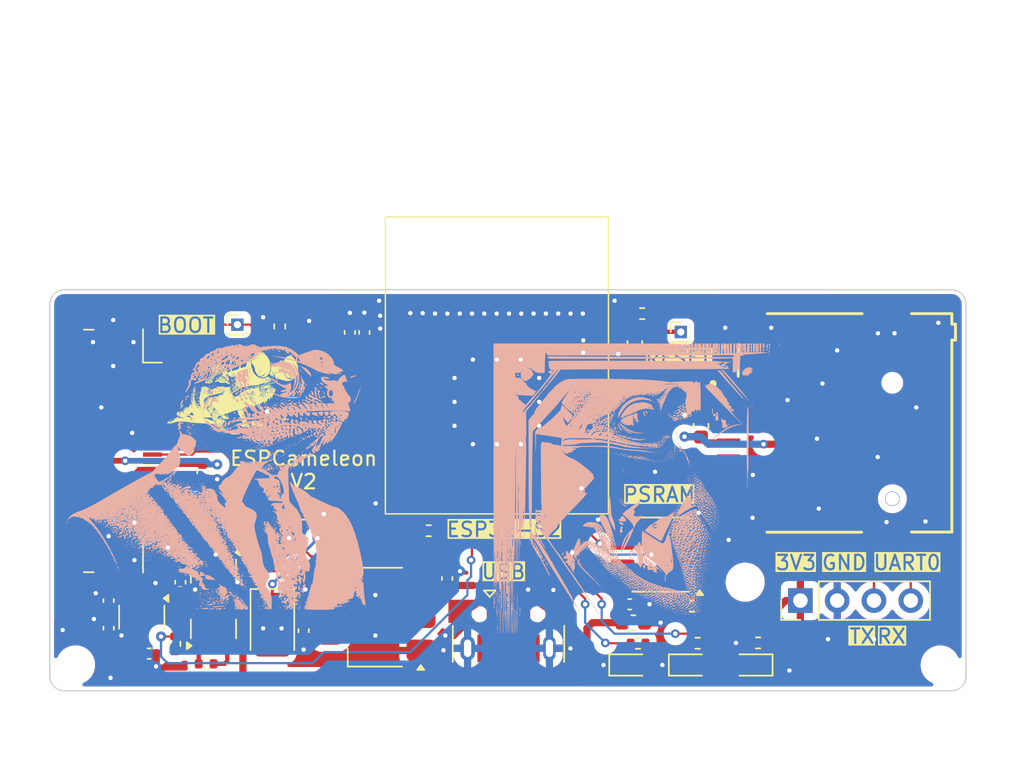
<source format=kicad_pcb>
(kicad_pcb (version 20240108) (generator "pcbnew") (generator_version "8.0")
  (layers (0 "F.Cu" signal) (31 "B.Cu" signal) (34 "B.Paste" user) (35 "F.Paste" user) (36 "B.SilkS" user "B.Silkscreen") (37 "F.SilkS" user "F.Silkscreen") (38 "B.Mask" user) (39 "F.Mask" user) (44 "Edge.Cuts" user))
  (net 0 "")
  (net 1 "GND")
  (net 2 "VBUS")
  (net 3 "+3V3")
  (net 4 "/CSI_PCLK")
  (net 5 "/CAM_3V3")
  (net 6 "+2V8")
  (net 7 "+1V2")
  (net 8 "/ESP_RST")
  (net 9 "/LED_WK")
  (net 10 "/LED_RK")
  (net 11 "/USB_D+")
  (net 13 "/USB_D-")
  (net 15 "/SPI_SD_SCLK")
  (net 16 "/SPI_SD_MISO")
  (net 18 "/SPI_SD_CS")
  (net 19 "/SPI_SD_MOSI")
  (net 20 "/CSI_D3")
  (net 21 "/CSI_SIOD")
  (net 22 "/CSI_HSYNC")
  (net 23 "/CSI_RST")
  (net 24 "/CSI_D1")
  (net 25 "/CSI_D6")
  (net 26 "/CSI_D7")
  (net 27 "/CSI_D4")
  (net 28 "/CSI_D2")
  (net 29 "/CSI_D5")
  (net 30 "/CSI_SIOC")
  (net 31 "/CSI_VSYNC")
  (net 32 "/CSI_GND")
  (net 33 "/CSI_MCLK")
  (net 34 "/CSI_D8")
  (net 35 "/SPI_CS_RAM")
  (net 36 "/SPI_WP")
  (net 37 "/SPI_IQ")
  (net 38 "/U0_RXD")
  (net 39 "/U0_TXD")
  (net 40 "/CAM_Q")
  (net 41 "/LED1")
  (net 42 "/LED2")
  (net 43 "/CAM_PWR")
  (net 44 "/ESP_BOOT_CSI_D0")
  (net 46 "/CSI_D9")
  (net 47 "/SPI_HD")
  (net 49 "/SPI_ID")
  (net 50 "/SPI_CLK")
  (net 52 "/LED_YK")
  (footprint "LED_SMD:LED_0603_1608Metric" (layer "F.Cu") (at 153.2635 97.155)
    (property "Reference" "D2" (hide yes))
    (property "Value" "LEDW")
  )
  (footprint "Resistor_SMD:R_0402_1005Metric" (layer "F.Cu") (at 157.48 93.091)
    (property "Reference" "R10" (hide yes))
    (property "Value" "10k")
  )
  (footprint "Capacitor_SMD:C_0402_1005Metric" (layer "F.Cu") (at 129.032 80.137 90)
    (property "Reference" "C12" (hide yes))
    (property "Value" "15p")
  )
  (footprint "Capacitor_SMD:C_0402_1005Metric" (layer "F.Cu") (at 140.589 91.186 90)
    (property "Reference" "C4" (hide yes))
    (property "Value" "10u")
  )
  (footprint "Connector_PinHeader_1.00mm:PinHeader_1x01_P1.00mm_Vertical" (layer "F.Cu") (at 126.111 73.66)
    (property "Reference" "J6" (hide yes))
    (property "Value" "Conn_01x01")
  )
  (footprint "LOGO" (layer "F.Cu") (at 125.984 78.232)
    (property "Reference" "G***" (hide yes))
    (property "Value" "LOGO" (hide yes))
  )
  (footprint "MountingHole:MountingHole_2.2mm_M2_ISO7380" (layer "F.Cu") (at 114.935 97.155)
    (property "Reference" "H1" (hide yes))
    (property "Value" "MountingHole")
  )
  (footprint "Connector_PinHeader_2.54mm:PinHeader_1x04_P2.54mm_Vertical" (layer "F.Cu") (at 164.973 92.71 90)
    (property "Reference" "J5" (hide yes))
    (property "Value" "Conn_01x06")
  )
  (footprint "Capacitor_SMD:C_0402_1005Metric" (layer "F.Cu") (at 122.193 89.535 90)
    (property "Reference" "C2" (hide yes))
    (property "Value" "10u")
  )
  (footprint "Resistor_SMD:R_0402_1005Metric" (layer "F.Cu") (at 154.051 72.898 180)
    (property "Reference" "R8" (hide yes))
    (property "Value" "10k")
  )
  (footprint "Resistor_SMD:R_0402_1005Metric" (layer "F.Cu") (at 139.317 87.886 180)
    (property "Reference" "R5" (hide yes))
    (property "Value" "10k")
  )
  (footprint "Capacitor_SMD:C_0402_1005Metric" (layer "F.Cu") (at 134.874 74.196 -90)
    (property "Reference" "C11" (hide yes))
    (property "Value" "100n")
  )
  (footprint "Capacitor_SMD:C_0402_1005Metric" (layer "F.Cu") (at 117.221 92.71 90)
    (property "Reference" "C8" (hide yes))
    (property "Value" "10u")
  )
  (footprint "Capacitor_SMD:C_0603_1608Metric" (layer "F.Cu") (at 153.543 74.93 -90)
    (property "Reference" "C14" (hide yes))
    (property "Value" "1u")
  )
  (footprint "Package_TO_SOT_SMD:SOT-23-3" (layer "F.Cu") (at 124.46 90.678 -90)
    (property "Reference" "U1" (hide yes))
    (property "Value" "XC6206P282MR")
  )
  (footprint "ESPCameleon:AFC01_S24FCA_00" (layer "F.Cu") (at 126.494 82.68 -90)
    (property "Reference" "J3" (hide yes))
    (property "Value" "Conn_01x26")
  )
  (footprint "Capacitor_SMD:C_0402_1005Metric" (layer "F.Cu") (at 153.19 92.964 180)
    (property "Reference" "C15" (hide yes))
    (property "Value" "100n")
  )
  (footprint "LED_SMD:LED_0603_1608Metric" (layer "F.Cu") (at 161.5695 97.155 180)
    (property "Reference" "D1" (hide yes))
    (property "Value" "LEDR")
  )
  (footprint "Capacitor_SMD:C_0402_1005Metric" (layer "F.Cu") (at 133.874 74.196 90)
    (property "Reference" "C10" (hide yes))
    (property "Value" "10u")
  )
  (footprint "Capacitor_SMD:C_0402_1005Metric" (layer "F.Cu") (at 117.221 94.615 90)
    (property "Reference" "C9" (hide yes))
    (property "Value" "100n")
  )
  (footprint "Package_TO_SOT_SMD:SOT-23-3" (layer "F.Cu") (at 119.507 93.853 -90)
    (property "Reference" "U3" (hide yes))
    (property "Value" "XC6206P122MR")
  )
  (footprint "Connector_PinHeader_1.00mm:PinHeader_1x01_P1.00mm_Vertical" (layer "F.Cu") (at 156.718 74.168)
    (property "Reference" "J4" (hide yes))
    (property "Value" "Conn_01x01")
  )
  (footprint "Package_TO_SOT_SMD:SOT-223-3_TabPin2" (layer "F.Cu") (at 135.636 93.853 180)
    (property "Reference" "U2" (hide yes))
    (property "Value" "AMS1117-3.3")
  )
  (footprint "LED_SMD:LED_0603_1608Metric" (layer "F.Cu") (at 157.3785 97.155)
    (property "Reference" "D3" (hide yes))
    (property "Value" "LEDY")
  )
  (footprint "Resistor_SMD:R_0402_1005Metric" (layer "F.Cu") (at 129.032 73.787 -90)
    (property "Reference" "R3" (hide yes))
    (property "Value" "10k")
  )
  (footprint "Capacitor_SMD:C_0402_1005Metric" (layer "F.Cu") (at 123.698 83.82 90)
    (property "Reference" "C13" (hide yes))
    (property "Value" "100n")
  )
  (footprint "Capacitor_SMD:C_0603_1608Metric" (layer "F.Cu") (at 153.444 94.234 180)
    (property "Reference" "C16" (hide yes))
    (property "Value" "1u")
  )
  (footprint "Capacitor_SMD:C_0402_1005Metric" (layer "F.Cu") (at 130.683 94.7835 -90)
    (property "Reference" "C6" (hide yes))
    (property "Value" "10u")
  )
  (footprint "Package_TO_SOT_SMD:SOT-23" (layer "F.Cu") (at 124.46 94.6635 90)
    (property "Reference" "Q1" (hide yes))
    (property "Value" "MDD2301")
  )
  (footprint "Resistor_SMD:R_0402_1005Metric" (layer "F.Cu") (at 123.95 97.0765)
    (property "Reference" "R1" (hide yes))
    (property "Value" "10k")
  )
  (footprint "Resistor_SMD:R_0402_1005Metric" (layer "F.Cu") (at 153.7635 95.655 180)
    (property "Reference" "R7" (hide yes))
    (property "Value" "1k")
  )
  (footprint "Capacitor_SMD:C_0402_1005Metric" (layer "F.Cu") (at 120.015 96.373)
    (property "Reference" "C7" (hide yes))
    (property "Value" "10u")
  )
  (footprint "ESPCameleon:ESP32-S2-MINI-2" (layer "F.Cu") (at 144 79)
    (property "Reference" "U4" (hide yes))
    (property "Value" "ESP32_S2_MINI_2_N4")
  )
  (footprint "Resistor_SMD:R_0402_1005Metric" (layer "F.Cu") (at 157.8785 95.655 180)
    (property "Reference" "R9" (hide yes))
    (property "Value" "1k")
  )
  (footprint "Capacitor_SMD:C_0603_1608Metric" (layer "F.Cu") (at 158.115 80.645 -90)
    (property "Reference" "C1" (hide yes))
    (property "Value" "1u")
  )
  (footprint "MountingHole:MountingHole_2.2mm_M2_ISO7380" (layer "F.Cu") (at 161.163 91.44)
    (property "Reference" "H2" (hide yes))
    (property "Value" "MountingHole")
  )
  (footprint "Package_SO:SOP-8_3.9x4.9mm_P1.27mm" (layer "F.Cu") (at 155.321 89.535 180)
    (property "Reference" "U5" (hide yes))
    (property "Value" "APS6404L-3SQR-SN")
  )
  (footprint "Connector_USB:USB_Micro-B_XKB_U254-051T-4BH83-F1S" (layer "F.Cu") (at 144.825 95.61)
    (property "Reference" "J1" (hide yes))
    (property "Value" "USB_B_Micro")
  )
  (footprint "Capacitor_Tantalum_SMD:CP_EIA-3528-21_Kemet-B" (layer "F.Cu") (at 128.524 94.3745 -90)
    (property "Reference" "C5" (hide yes))
    (property "Value" "100u")
  )
  (footprint "Capacitor_SMD:C_0402_1005Metric" (layer "F.Cu") (at 122.174 91.44 90)
    (property "Reference" "C3" (hide yes))
    (property "Value" "100n")
  )
  (footprint "Resistor_SMD:R_0402_1005Metric" (layer "F.Cu") (at 130.683 86.741)
    (property "Reference" "R6" (hide yes))
    (property "Value" "1k")
  )
  (footprint "Resistor_SMD:R_0402_1005Metric" (layer "F.Cu") (at 162.052 95.631 180)
    (property "Reference" "R4" (hide yes))
    (property "Value" "1k")
  )
  (footprint "ESPCameleon:GCT_MEM2075-00-140-01-A" (layer "F.Cu") (at 171.45 80.9282 90)
    (property "Reference" "J2" (hide yes))
    (property "Value" "Micro_SD_Card")
  )
  (footprint "MountingHole:MountingHole_2.2mm_M2_ISO7380" (layer "F.Cu") (at 174.625 97.155)
    (property "Reference" "H3" (hide yes))
    (property "Value" "MountingHole")
  )
  (footprint "Resistor_SMD:R_0402_1005Metric" (layer "F.Cu") (at 121.793 95.6995 90)
    (property "Reference" "R2" (hide yes))
    (property "Value" "1k")
  )
  (footprint "LOGO" (layer "B.Cu") (at 153.797 84.963 180)
    (property "Reference" "G***" (hide yes))
    (property "Value" "LOGO" (hide yes))
  )
  (footprint "LOGO" (layer "B.Cu") (at 127.762 83.312 180)
    (property "Reference" "G***" (hide yes))
    (property "Value" "LOGO" (hide yes))
  )
  (gr_arc (start 113.157 72.247) (mid 113.449893 71.539893) (end 114.157 71.247) (stroke (width 0.1)) (layer "Edge.Cuts"))
  (gr_line (start 175.403 98.933) (end 114.157 98.933) (stroke (width 0.1)) (layer "Edge.Cuts"))
  (gr_arc (start 114.157 98.933) (mid 113.449893 98.640107) (end 113.157 97.933) (stroke (width 0.1)) (layer "Edge.Cuts"))
  (gr_arc (start 176.403 97.933) (mid 176.110107 98.640107) (end 175.403 98.933) (stroke (width 0.1)) (layer "Edge.Cuts"))
  (gr_line (start 176.403 72.247) (end 176.403 97.933) (stroke (width 0.1)) (layer "Edge.Cuts"))
  (gr_arc (start 175.403 71.247) (mid 176.110107 71.539893) (end 176.403 72.247) (stroke (width 0.1)) (layer "Edge.Cuts"))
  (gr_line (start 113.157 97.933) (end 113.157 72.247) (stroke (width 0.1)) (layer "Edge.Cuts"))
  (gr_line (start 114.157 71.247) (end 175.403 71.247) (stroke (width 0.1)) (layer "Edge.Cuts"))
  (gr_text "ESPCameleon\nV2" (at 130.683 85.09 0) (layer "F.SilkS") (effects (font (size 1 1) (thickness 0.153)) (justify bottom)))
  (gr_text "RX" (at 170.18 95.758 0) (layer "F.SilkS" knockout) (effects (font (size 1 1) (thickness 0.153)) (justify left bottom)))
  (gr_text "BOOT" (at 120.523 74.295 0) (layer "F.SilkS" knockout) (effects (font (size 1 1) (thickness 0.153)) (justify left bottom)))
  (gr_text "RESET" (at 154.178 76.581 0) (layer "F.SilkS" knockout) (effects (font (size 1 1) (thickness 0.153)) (justify left bottom)))
  (gr_text "PSRAM" (at 152.654 85.979 0) (layer "F.SilkS" knockout) (effects (font (size 1 1) (thickness 0.153)) (justify left bottom)))
  (gr_text "UART0" (at 169.926 90.678 0) (layer "F.SilkS" knockout) (effects (font (size 1 1) (thickness 0.153)) (justify left bottom)))
  (gr_text "ESP32-S2" (at 140.462 88.392 0) (layer "F.SilkS" knockout) (effects (font (size 1 1) (thickness 0.153)) (justify left bottom)))
  (gr_text "USB" (at 142.875 91.313 0) (layer "F.SilkS" knockout) (effects (font (size 1 1) (thickness 0.153)) (justify left bottom)))
  (gr_text "GND" (at 166.37 90.678 0) (layer "F.SilkS" knockout) (effects (font (size 1 1) (thickness 0.153)) (justify left bottom)))
  (gr_text "3V3" (at 163.195 90.678 0) (layer "F.SilkS" knockout) (effects (font (size 1 1) (thickness 0.153)) (justify left bottom)))
  (gr_text "TX" (at 168.275 95.758 0) (layer "F.SilkS" knockout) (effects (font (size 1 1) (thickness 0.153)) (justify left bottom)))
  (segment (start 147.65 96) (end 149.086 96) (width 0.5) (layer "F.Cu") (net 1))
  (segment (start 130.683 96.0925) (end 130.683 95.2635) (width 0.5) (layer "F.Cu") (net 1))
  (segment (start 123.162 91.92) (end 123.19 91.948) (width 0.5) (layer "F.Cu") (net 1))
  (segment (start 142.35 80.65) (end 141.102 80.65) (width 0.5) (layer "F.Cu") (net 1))
  (segment (start 151.003 87.122) (end 151 87.119) (width 0.4) (layer "F.Cu") (net 1))
  (segment (start 161.318 73.8762) (end 161.32 73.8782) (width 0.4) (layer "F.Cu") (net 1))
  (segment (start 117.539 76.518) (end 117.539 74.955) (width 0.5) (layer "F.Cu") (net 1))
  (segment (start 135.657 86) (end 137 86) (width 0.5) (layer "F.Cu") (net 1))
  (segment (start 142.35 77.35) (end 141.104 77.35) (width 0.5) (layer "F.Cu") (net 1))
  (segment (start 142.35 81.898) (end 142.367 81.915) (width 0.5) (layer "F.Cu") (net 1))
  (segment (start 125.41 89.5405) (end 124.6115 89.5405) (width 0.5) (layer "F.Cu") (net 1))
  (segment (start 142.303681 72.896847) (end 142.305681 72.898847) (width 0.4) (layer "F.Cu") (net 1))
  (segment (start 118.849 81.13) (end 120.244 81.13) (width 0.3) (layer "F.Cu") (net 1))
  (segment (start 146.934 80.65) (end 146.939 80.645) (width 0.5) (layer "F.Cu") (net 1))
  (segment (start 152.143 72.006) (end 151.139 72.006) (width 0.4) (layer "F.Cu") (net 1))
  (segment (start 160.02 84.029) (end 161.6838 84.029) (width 0.5) (layer "F.Cu") (net 1))
  (segment (start 145.65 77.35) (end 145.65 76.092) (width 0.5) (layer "F.Cu") (net 1))
  (segment (start 135.89 72.009) (end 136.991 72.009) (width 0.4) (layer "F.Cu") (net 1))
  (segment (start 118.999 89.916) (end 117.65 89.916) (width 0.3) (layer "F.Cu") (net 1))
  (segment (start 127.889 95.1365) (end 127.889 95.277) (width 0.5) (layer "F.Cu") (net 1))
  (segment (start 142.303681 71.891847) (end 142.303681 72.896847) (width 0.4) (layer "F.Cu") (net 1))
  (segment (start 161.337 87.329) (end 160.02 87.329) (width 0.4) (layer "F.Cu") (net 1))
  (segment (start 149.95 86) (end 149.95 85.053) (width 0.4) (layer "F.Cu") (net 1))
  (segment (start 170.92 87.2962) (end 170.92 88.5282) (width 0.4) (layer "F.Cu") (net 1))
  (segment (start 141.103 79) (end 141.097 78.994) (width 0.5) (layer "F.Cu") (net 1))
  (segment (start 161.542 95.631) (end 160.526 95.631) (width 0.4) (layer "F.Cu") (net 1))
  (segment (start 145.65 80.65) (end 145.65 81.896) (width 0.5) (layer "F.Cu") (net 1))
  (segment (start 124.686 84.3) (end 124.714 84.328) (width 0.5) (layer "F.Cu") (net 1))
  (segment (start 140.603681 72.896847) (end 140.603681 71.891847) (width 0.4) (layer "F.Cu") (net 1))
  (segment (start 146.553681 71.891847) (end 146.553681 72.896847) (width 0.4) (layer "F.Cu") (net 1))
  (segment (start 117.65 89.916) (end 117.564 89.83) (width 0.3) (layer "F.Cu") (net 1))
  (segment (start 149.987 75.6) (end 151 75.6) (width 0.4) (layer "F.Cu") (net 1))
  (segment (start 117.627 74.867) (end 117.564 74.93) (width 0.5) (layer "F.Cu") (net 1))
  (segment (start 155.321 94.234) (end 154.219 94.234) (width 0.5) (layer "F.Cu") (net 1))
  (segment (start 141.453681 72.896847) (end 141.455681 72.898847) (width 0.4) (layer "F.Cu") (net 1))
  (segment (start 161.273 88.4812) (end 161.32 88.5282) (width 0.4) (layer "F.Cu") (net 1))
  (segment (start 161.322 73.8762) (end 161.32 73.8782) (width 0.4) (layer "F.Cu") (net 1))
  (segment (start 151 87.119) (end 151 86) (width 0.4) (layer "F.Cu") (net 1))
  (segment (start 117.501 74.867) (end 117.564 74.93) (width 0.5) (layer "F.Cu") (net 1))
  (segment (start 146.932 77.35) (end 146.939 77.343) (width 0.5) (layer "F.Cu") (net 1))
  (segment (start 149.103681 72.896847) (end 149.105681 72.898847) (width 0.4) (layer "F.Cu") (net 1))
  (segment (start 141.104 77.35) (end 141.097 77.343) (width 0.5) (layer "F.Cu") (net 1))
  (segment (start 143.153681 71.891847) (end 143.153681 72.896847) (width 0.4) (layer "F.Cu") (net 1))
  (segment (start 142.35 80.65) (end 142.35 81.898) (width 0.5) (layer "F.Cu") (net 1))
  (segment (start 124.6115 89.5405) (end 124.606 89.535) (width 0.5) (layer "F.Cu") (net 1))
  (segment (start 148.253681 72.896847) (end 148.255681 72.898847) (width 0.4) (layer "F.Cu") (net 1))
  (segment (start 161.6838 84.029) (end 161.691 84.0362) (width 0.5) (layer "F.Cu") (net 1))
  (segment (start 159.786 73.8762) (end 161.318 73.8762) (width 0.4) (layer "F.Cu") (net 1))
  (segment (start 118.936 74.867) (end 117.627 74.867) (width 0.5) (layer "F.Cu") (net 1))
  (segment (start 162.961 73.8762) (end 161.322 73.8762) (width 0.4) (layer "F.Cu") (net 1))
  (segment (start 144 79) (end 145.65 79) (width 1) (layer "F.Cu") (net 1))
  (segment (start 117.539 74.905) (end 117.564 74.93) (width 0.5) (layer "F.Cu") (net 1))
  (segment (start 144 79) (end 144 77.35) (width 1) (layer "F.Cu") (net 1))
  (segment (start 132.08 86.741) (end 131.193 86.741) (width 0.4) (layer "F.Cu") (net 1))
  (segment (start 137.017636 73.058763) (end 135.982636 73.058763) (width 0.4) (layer "F.Cu") (net 1))
  (segment (start 146.553681 72.896847) (end 146.555681 72.898847) (width 0.4) (layer "F.Cu") (net 1))
  (segment (start 149.953681 71.891847) (end 149.953681 72.896847) (width 0.4) (layer "F.Cu") (net 1))
  (segment (start 129.159 94.6285) (end 129.159 95.0095) (width 0.5) (layer "F.Cu") (net 1))
  (segment (start 121.313 89.055) (end 122.193 89.055) (width 0.5) (layer "F.Cu") (net 1))
  (segment (start 146.125 93.325) (end 146.125 92) (width 0.4) (layer "F.Cu") (net 1))
  (segment (start 151.384 97.155) (end 152.476 97.155) (width 0.4) (layer "F.Cu") (net 1))
  (segment (start 117.249 95.123) (end 117.221 95.095) (width 0.5) (layer "F.Cu") (net 1))
  (segment (start 149.953681 72.896847) (end 149.955681 72.898847) (width 0.4) (layer "F.Cu") (net 1))
  (segment (start 147.925 91.978) (end 147.925 93.45) (width 0.5) (layer "F.Cu") (net 1))
  (segment (start 144 79) (end 142.35 79) (width 1) (layer "F.Cu") (net 1))
  (segment (start 142.35 76.09) (end 142.367 76.073) (width 0.5) (layer "F.Cu") (net 1))
  (segment (start 141.725 94.4315) (end 141.725 93.45) (width 0.5) (layer "F.Cu") (net 1))
  (segment (start 119.299 87.63) (end 118.999 87.33) (width 0.3) (layer "F.Cu") (net 1))
  (segment (start 138.8 96.139) (end 138.786 96.153) (width 0.5) (layer "F.Cu") (net 1))
  (segment (start 133.874 72.847) (end 133.874 73.716) (width 0.4) (layer "F.Cu") (net 1))
  (segment (start 147.403681 71.891847) (end 147.403681 72.896847) (width 0.4) (layer "F.Cu") (net 1))
  (segment (start 140.321 96.153) (end 138.786 96.153) (width 0.5) (layer "F.Cu") (net 1))
  (segment (start 149.086 96) (end 149.098 96.012) (width 0.5) (layer "F.Cu") (net 1))
  (segment (start 145.703681 72.896847) (end 145.705681 72.898847) (width 0.4) (layer "F.Cu") (net 1))
  (segment (start 144.853681 71.891847) (end 144.853681 72.896847) (width 0.4) (layer "F.Cu") (net 1))
  (segment (start 116.36 92.23) (end 116.332 92.202) (width 0.5) (layer "F.Cu") (net 1))
  (segment (start 145.703681 71.891847) (end 145.703681 72.896847) (width 0.4) (layer "F.Cu") (net 1))
  (segment (start 147.403681 72.896847) (end 147.405681 72.898847) (width 0.4) (layer "F.Cu") (net 1))
  (segment (start 129.159 95.0095) (end 129.159 95.277) (width 0.5) (layer "F.Cu") (net 1))
  (segment (start 134.874 72.833) (end 134.875 72.832) (width 0.4) (layer "F.Cu") (net 1))
  (segment (start 140.462 95.123) (end 141.0335 95.123) (width 0.5) (layer "F.Cu") (net 1))
  (segment (start 152.413 75.705) (end 152.4 75.692) (width 0.5) (layer "F.Cu") (net 1))
  (segment (start 118.082 95.095) (end 118.11 95.123) (width 0.5) (layer "F.Cu") (net 1))
  (segment (start 134.874 73.716) (end 134.874 72.833) (width 0.4) (layer "F.Cu") (net 1))
  (segment (start 120.244 87.63) (end 119.299 87.63) (width 0.3) (layer "F.Cu") (net 1))
  (segment (start 117.221 89.487) (end 117.564 89.83) (width 0.3) (layer "F.Cu") (net 1))
  (segment (start 156.972 79.883) (end 158.102 79.883) (width 0.5) (layer "F.Cu") (net 1))
  (segment (start 123.698 84.3) (end 124.686 84.3) (width 0.5) (layer "F.Cu") (net 1))
  (segment (start 140.605681 72.898847) (end 140.603681 72.896847) (width 0.4) (layer "F.Cu") (net 1))
  (segment (start 149.95 85.053) (end 149.86 84.963) (width 0.4) (layer "F.Cu") (net 1))
  (segment (start 143.153681 72.896847) (end 143.155681 72.898847) (width 0.4) (layer "F.Cu") (net 1))
  (segment (start 153.543 75.705) (end 152.413 75.705) (width 0.5) (layer "F.Cu") (net 1))
  (segment (start 117.221 88.265) (end 117.221 89.487) (width 0.3) (layer "F.Cu") (net 1))
  (segment (start 141.102 80.65) (end 141.097 80.645) (width 0.5) (layer "F.Cu") (net 1))
  (segment (start 154.559 92.964) (end 153.67 92.964) (width 0.5) (layer "F.Cu") (net 1))
  (segment (start 145.65 76.092) (end 145.669 76.073) (width 0.5) (layer "F.Cu") (net 1))
  (segment (start 145.65 79) (end 146.933 79) (width 0.5) (layer "F.Cu") (net 1))
  (segment (start 117.539 73.343) (end 117.539 74.905) (width 0.5) (layer "F.Cu") (net 1))
  (segment (start 161.671 86.995) (end 161.337 87.329) (width 0.4) (layer "F.Cu") (net 1))
  (segment (start 158.102 79.883) (end 158.115 79.87) (width 0.5) (layer "F.Cu") (net 1))
  (segment (start 117.539 74.955) (end 117.564 74.93) (width 0.5) (layer "F.Cu") (net 1))
  (segment (start 171.47 73.8762) (end 171.47 73.5282) (width 0.4) (layer "F.Cu") (net 1))
  (segment (start 144 80.65) (end 144 81.897) (width 0.5) (layer "F.Cu") (net 1))
  (segment (start 146.125 92) (end 146.177 91.948) (width 0.4) (layer "F.Cu") (net 1))
  (segment (start 157.946 86.656) (end 157.946 87.63) (width 0.5) (layer "F.Cu") (net 1))
  (segment (start 141.0335 95.123) (end 141.725 94.4315) (width 0.5) (layer "F.Cu") (net 1))
  (segment (start 144 79) (end 144 80.65) (width 1) (layer "F.Cu") (net 1))
  (segment (start 144 77.35) (end 144 76.091) (width 0.5) (layer "F.Cu") (net 1))
  (segment (start 144.003681 72.896847) (end 144.005681 72.898847) (width 0.4) (layer "F.Cu") (net 1))
  (segment (start 140.335 96.139) (end 140.321 96.153) (width 0.5) (layer "F.Cu") (net 1))
  (segment (start 142.35 79) (end 141.103 79) (width 0.5) (layer "F.Cu") (net 1))
  (segment (start 170.327 74.2572) (end 170.327 73.8762) (width 0.4) (layer "F.Cu") (net 1))
  (segment (start 139.753681 72.898847) (end 139.753681 71.891847) (width 0.4) (layer "F.Cu") (net 1))
  (segment (start 144 76.091) (end 144.018 76.073) (width 0.5) (layer "F.Cu") (net 1))
  (segment (start 135.993636 73.908763) (end 137.017636 73.908763) (width 0.4) (layer "F.Cu") (net 1))
  (segment (start 144.853681 72.896847) (end 144.855681 72.898847) (width 0.4) (layer "F.Cu") (net 1))
  (segment (start 127.889 94.6285) (end 127.889 95.1365) (width 0.5) (layer "F.Cu") (net 1))
  (segment (start 128.171 79.657) (end 129.032 79.657) (width 0.4) (layer "F.Cu") (net 1))
  (segment (start 140.815 90.706) (end 140.843 90.678) (width 0.4) (layer "F.Cu") (net 1))
  (segment (start 138.897597 71.860094) (end 138.897597 72.865094) (width 0.4) (layer "F.Cu") (net 1))
  (segment (start 117.221 95.095) (end 118.082 95.095) (width 0.5) (layer "F.Cu") (net 1))
  (segment (start 170.327 73.8762) (end 170.327 73.5712) (width 0.4) (layer "F.Cu") (net 1))
  (segment (start 120.457 91.501) (end 120.457 92.7155) (width 0.5) (layer "F.Cu") (net 1))
  (segment (start 158.496 86.614) (end 158.5052 86.6048) (width 0.4) (layer "F.Cu") (net 1))
  (segment (start 120.495 97.254) (end 120.495 96.373) (width 0.5) (layer "F.Cu") (net 1))
  (segment (start 142.35 77.35) (end 142.35 76.09) (width 0.5) (layer "F.Cu") (net 1))
  (segment (start 160.02 88.519) (end 160.0292 88.5282) (width 0.4) (layer "F.Cu") (net 1))
  (segment (start 146.933 79) (end 146.939 78.994) (width 0.5) (layer "F.Cu") (net 1))
  (segment (start 122.174 91.92) (end 123.162 91.92) (width 0.5) (layer "F.Cu") (net 1))
  (segment (start 160.0292 88.5282) (end 161.32 88.5282) (width 0.4) (layer "F.Cu") (net 1))
  (segment (start 145.65 81.896) (end 145.669 81.915) (width 0.5) (layer "F.Cu") (net 1))
  (segment (start 144 81.897) (end 144.018 81.915) (width 0.5) (layer "F.Cu") (net 1))
  (segment (start 148.253681 71.891847) (end 148.253681 72.896847) (width 0.4) (layer "F.Cu") (net 1))
  (segment (start 145.65 77.35) (end 146.932 77.35) (width 0.5) (layer "F.Cu") (net 1))
  (segment (start 117.221 92.23) (end 116.36 92.23) (width 0.5) (layer "F.Cu") (net 1))
  (segment (start 149.103681 71.891847) (end 149.103681 72.896847) (width 0.4) (layer "F.Cu") (net 1))
  (segment (start 138.047597 71.860094) (end 138.047597 72.865094) (width 0.4) (layer "F.Cu") (net 1))
  (segment (start 145.65 80.65) (end 146.934 80.65) (width 0.5) (layer "F.Cu") (net 1))
  (segment (start 141.453681 71.891847) (end 141.453681 72.896847) (width 0.4) (layer "F.Cu") (net 1))
  (segment (start 144.003681 71.891847) (end 144.003681 72.896847) (width 0.4) (layer "F.Cu") (net 1))
  (segment (start 149.987 74.75) (end 151 74.75) (width 0.4) (layer "F.Cu") (net 1))
  (segment (start 155.448 97.155) (end 156.591 97.155) (width 0.4) (layer "F.Cu") (net 1))
  (segment (start 116.142 74.867) (end 117.501 74.867) (width 0.5) (layer "F.Cu") (net 1))
  (segment (start 171.47 74.2572) (end 171.47 73.8762) (width 0.4) (layer "F.Cu") (net 1))
  (segment (start 140.589 90.706) (end 141.45 90.706) (width 0.4) (layer "F.Cu") (net 1))
  (via (at 170.053 95.377) (size 0.7) (drill 0.3) (layers "F.Cu" "B.Cu") (net 1))
  (via (at 147.925 91.978) (size 0.7) (drill 0.3) (layers "F.Cu" "B.Cu") (net 1))
  (via (at 145.669 76.073) (size 0.7) (drill 0.3) (layers "F.Cu" "B.Cu") (net 1))
  (via (at 145.705681 72.898847) (size 0.7) (drill 0.3) (layers "F.Cu" "B.Cu") (net 1))
  (via (at 131.064 73.406) (size 0.7) (drill 0.3) (layers "F.Cu" "B.Cu") (net 1))
  (via (at 154.559 92.964) (size 0.7) (drill 0.3) (layers "F.Cu" "B.Cu") (net 1))
  (via (at 141.097 77.343) (size 0.7) (drill 0.3) (layers "F.Cu" "B.Cu") (net 1))
  (via (at 152.4 75.692) (size 0.7) (drill 0.3) (layers "F.Cu" "B.Cu") (net 1))
  (via (at 146.939 78.994) (size 0.7) (drill 0.3) (layers "F.Cu" "B.Cu") (net 1))
  (via (at 161.671 86.995) (size 0.7) (drill 0.3) (layers "F.Cu" "B.Cu") (net 1))
  (via (at 117.539 76.518) (size 0.7) (drill 0.3) (layers "F.Cu" "B.Cu") (net 1))
  (via (at 167.513 75.438) (size 0.7) (drill 0.3) (layers "F.Cu" "B.Cu") (net 1))
  (via (at 173.609 87.249) (size 0.7) (drill 0.3) (layers "F.Cu" "B.Cu") (net 1))
  (via (at 148.255681 72.898847) (size 0.7) (drill 0.3) (layers "F.Cu" "B.Cu") (net 1))
  (via (at 149.987 74.75) (size 0.7) (drill 0.3) (layers "F.Cu" "B.Cu") (net 1))
  (via (at 149.955681 72.898847) (size 0.7) (drill 0.3) (layers "F.Cu" "B.Cu") (net 1))
  (via (at 142.367 81.915) (size 0.7) (drill 0.3) (layers "F.Cu" "B.Cu") (net 1))
  (via (at 135.657 86) (size 0.7) (drill 0.3) (layers "F.Cu" "B.Cu") (net 1))
  (via (at 117.539 73.343) (size 0.7) (drill 0.3) (layers "F.Cu" "B.Cu") (net 1))
  (via (at 172.974 79.375) (size 0.7) (drill 0.3) (layers "F.Cu" "B.Cu") (net 1))
  (via (at 145.669 81.915) (size 0.7) (drill 0.3) (layers "F.Cu" "B.Cu") (net 1))
  (via (at 147.405681 72.898847) (size 0.7) (drill 0.3) (layers "F.Cu" "B.Cu") (net 1))
  (via (at 114.046 94.742) (size 0.7) (drill 0.3) (layers "F.Cu" "B.Cu") (net 1))
  (via (at 157.946 86.656) (size 0.7) (drill 0.3) (layers "F.Cu" "B.Cu") (net 1))
  (via (at 120.457 91.501) (size 0.7) (drill 0.3) (layers "F.Cu" "B.Cu") (net 1))
  (via (at 135.89 72.009) (size 0.7) (drill 0.3) (layers "F.Cu" "B.Cu") (net 1))
  (via (at 129.159 94.6285) (size 0.7) (drill 0.3) (layers "F.Cu" "B.Cu") (net 1))
  (via (at 160.02 88.519) (size 0.7) (drill 0.3) (layers "F.Cu" "B.Cu") (net 1))
  (via (at 130.81 91.948) (size 0.7) (drill 0.3) (layers "F.Cu" "B.Cu") (net 1))
  (via (at 160.526 95.631) (size 0.7) (drill 0.3) (layers "F.Cu" "B.Cu") (net 1))
  (via (at 144.855681 72.898847) (size 0.7) (drill 0.3) (layers "F.Cu" "B.Cu") (net 1))
  (via (at 124.606 89.535) (size 0.7) (drill 0.3) (layers "F.Cu" "B.Cu") (net 1))
  (via (at 152.146 72.009) (size 0.7) (drill 0.3) (layers "F.Cu" "B.Cu") (net 1))
  (via (at 164.084 78.867) (size 0.7) (drill 0.3) (layers "F.Cu" "B.Cu") (net 1))
  (via (at 135.636 92.329) (size 0.7) (drill 0.3) (layers "F.Cu" "B.Cu") (net 1))
  (via (at 146.939 77.343) (size 0.7) (drill 0.3) (layers "F.Cu" "B.Cu") (net 1))
  (via (at 126.111 91.44) (size 0.7) (drill 0.3) (layers "F.Cu" "B.Cu") (net 1))
  (via (at 174.498 73.533) (size 0.7) (drill 0.3) (layers "F.Cu" "B.Cu") (net 1))
  (via (at 116.205 93.98) (size 0.7) (drill 0.3) (layers "F.Cu" "B.Cu") (net 1))
  (via (at 118.11 95.123) (size 0.7) (drill 0.3) (layers "F.Cu" "B.Cu") (net 1))
  (via (at 170.307 82.804) (size 0.7) (drill 0.3) (layers "F.Cu" "B.Cu") (net 1))
  (via (at 135.968636 73.044763) (size 0.7) (drill 0.3) (layers "F.Cu" "B.Cu") (net 1))
  (via (at 135.968636 73.933763) (size 0.7) (drill 0.3) (layers "F.Cu" "B.Cu") (net 1))
  (via (at 140.462 95.123) (size 0.7) (drill 0.3) (layers "F.Cu" "B.Cu") (net 1))
  (via (at 170.92 87.2962) (size 0.7) (drill 0.3) (layers "F.Cu" "B.Cu") (net 1))
  (via (at 155.321 94.234) (size 0.7) (drill 0.3) (layers "F.Cu" "B.Cu") (net 1))
  (via (at 146.177 91.948) (size 0.7) (drill 0.3) (layers "F.Cu" "B.Cu") (net 1))
  (via (at 138.049597 72.867094) (size 0.7) (drill 0.3) (layers "F.Cu" "B.Cu") (net 1))
  (via (at 156.972 79.883) (size 0.7) (drill 0.3) (layers "F.Cu" "B.Cu") (net 1))
  (via (at 146.939 80.645) (size 0.7) (drill 0.3) (layers "F.Cu" "B.Cu") (net 1))
  (via (at 142.367 76.073) (size 0.7) (drill 0.3) (layers "F.Cu" "B.Cu") (net 1))
  (via (at 144.018 76.073) (size 0.7) (drill 0.3) (layers "F.Cu" "B.Cu") (net 1))
  (via (at 116.142 74.867) (size 0.7) (drill 0.3) (layers "F.Cu" "B.Cu") (net 1))
  (via (at 164.211 97.536) (size 0.7) (drill 0.3) (layers "F.Cu" "B.Cu") (net 1))
  (via (at 135.636 95.123) (size 0.7) (drill 0.3) (layers "F.Cu" "B.Cu") (net 1))
  (via (at 142.305681 72.898847) (size 0.7) (drill 0.3) (layers "F.Cu" "B.Cu") (net 1))
  (via (at 133.874 72.847) (size 0.7) (drill 0.3) (layers "F.Cu" "B.Cu") (net 1))
  (via (at 121.313 89.055) (size 0.7) (drill 0.3) (layers "F.Cu" "B.Cu") (net 1))
  (via (at 166.497 77.724) (size 0.7) (drill 0.3) (layers "F.Cu" "B.Cu") (net 1))
  (via (at 151.003 87.122) (size 0.7) (drill 0.3) (layers "F.Cu" "B.Cu") (net 1))
  (via (at 118.849 81.13) (size 0.7) (drill 0.3) (layers "F.Cu" "B.Cu") (net 1))
  (via (at 166.243 86.36) (size 0.7) (drill 0.3) (layers "F.Cu" "B.Cu") (net 1))
  (via (at 144.005681 72.898847) (size 0.7) (drill 0.3) (layers "F.Cu" "B.Cu") (net 1))
  (via (at 116.713 79.375) (size 0.7) (drill 0.3) (layers "F.Cu" "B.Cu") (net 1))
  (via (at 132.08 86.741) (size 0.7) (drill 0.3) (layers "F.Cu" "B.Cu") (net 1))
  (via (at 143.155681 72.898847) (size 0.7) (drill 0.3) (layers "F.Cu" "B.Cu") (net 1))
  (via (at 120.495 97.254) (size 0.7) (drill 0.3) (layers "F.Cu" "B.Cu") (net 1))
  (via (at 166.878 95.377) (size 0.7) (drill 0.3) (layers "F.Cu" "B.Cu") (net 1))
  (via (at 141.478 90.678) (size 0.7) (drill 0.3) (layers "F.Cu" "B.Cu") (net 1))
  (via (at 124.714 84.328) (size 0.7) (drill 0.3) (layers "F.Cu" "B.Cu") (net 1))
  (via (at 149.987 75.6) (size 0.7) (drill 0.3) (layers "F.Cu" "B.Cu") (net 1))
  (via (at 149.86 84.963) (size 0.7) (drill 0.3) (layers "F.Cu" "B.Cu") (net 1))
  (via (at 149.105681 72.898847) (size 0.7) (drill 0.3) (layers "F.Cu" "B.Cu") (net 1))
  (via (at 166.116 81.534) (size 0.7) (drill 0.3) (layers "F.Cu" "B.Cu") (net 1))
  (via (at 140.335 96.139) (size 0.7) (drill 0.3) (layers "F.Cu" "B.Cu") (net 1))
  (via (at 159.786 73.8762) (size 0.7) (drill 0.3) (layers "F.Cu" "B.Cu") (net 1))
  (via (at 130.683 96.0925) (size 0.7) (drill 0.3) (layers "F.Cu" "B.Cu") (net 1))
  (via (at 141.455681 72.898847) (size 0.7) (drill 0.3) (layers "F.Cu" "B.Cu") (net 1))
  (via (at 155.448 97.155) (size 0.7) (drill 0.3) (layers "F.Cu" "B.Cu") (net 1))
  (via (at 141.097 80.645) (size 0.7) (drill 0.3) (layers "F.Cu" "B.Cu") (net 1))
  (via (at 151.384 97.155) (size 0.7) (drill 0.3) (layers "F.Cu" "B.Cu") (net 1))
  (via (at 162.961 73.8762) (size 0.7) (drill 0.3) (layers "F.Cu" "B.Cu") (net 1))
  (via (at 116.332 92.202) (size 0.7) (drill 0.3) (layers "F.Cu" "B.Cu") (net 1))
  (via (at 149.225 89.408) (size 0.7) (drill 0.3) (layers "F.Cu" "B.Cu") (net 1))
  (via (at 117.221 88.265) (size 0.7) (drill 0.3) (layers "F.Cu" "B.Cu") (net 1))
  (via (at 127.889 73.152) (size 0.7) (drill 0.3) (layers "F.Cu" "B.Cu") (net 1))
  (via (at 149.098 96.012) (size 0.7) (drill 0.3) (layers "F.Cu" "B.Cu") (net 1))
  (via (at 138.899597 72.867094) (size 0.7) (drill 0.3) (layers "F.Cu" "B.Cu") (net 1))
  (via (at 140.605681 72.898847) (size 0.7) (drill 0.3) (layers "F.Cu" "B.Cu") (net 1))
  (via (at 141.097 78.994) (size 0.7) (drill 0.3) (layers "F.Cu" "B.Cu") (net 1))
  (via (at 118.999 89.916) (size 0.7) (drill 0.3) (layers "F.Cu" "B.Cu") (net 1))
  (via (at 129.667 88.392) (size 0.7) (drill 0.3) (layers "F.Cu" "B.Cu") (net 1))
  (via (at 117.348 98.044) (size 0.7) (drill 0.3) (layers "F.Cu" "B.Cu") (net 1))
  (via (at 123.19 91.948) (size 0.7) (drill 0.3) (layers "F.Cu" "B.Cu") (net 1))
  (via (at 128.171 79.657) (size 0.7) (drill 0.3) (layers "F.Cu" "B.Cu") (net 1))
  (via (at 146.555681 72.898847) (size 0.7) (drill 0.3) (layers "F.Cu" "B.Cu") (net 1))
  (via (at 171.47 74.2572) (size 0.7) (drill 0.3) (layers "F.Cu" "B.Cu") (net 1))
  (via (at 144.018 81.915) (size 0.7) (drill 0.3) (layers "F.Cu" "B.Cu") (net 1))
  (via (at 161.691 84.0362) (size 0.7) (drill 0.3) (layers "F.Cu" "B.Cu") (net 1))
  (via (at 134.875 72.832) (size 0.7) (drill 0.3) (layers "F.Cu" "B.Cu") (net 1))
  (via (at 118.936 74.867) (size 0.7) (drill 0.3) (layers "F.Cu" "B.Cu") (net 1))
  (via (at 170.327 74.2572) (size 0.7) (drill 0.3) (layers "F.Cu" "B.Cu") (net 1))
  (via (at 127.889 94.6285) (size 0.7) (drill 0.3) (layers "F.Cu" "B.Cu") (net 1))
  (via (at 154.94 83.82) (size 0.7) (drill 0.3) (layers "F.Cu" "B.Cu") (net 1))
  (via (at 118.999 87.33) (size 0.7) (drill 0.3) (layers "F.Cu" "B.Cu") (net 1))
  (via (at 139.753681 72.898847) (size 0.7) (drill 0.3) (layers "F.Cu" "B.Cu") (net 1))
  (segment (start 140.589 91.666) (end 138.899 91.666) (width 0.5) (layer "F.Cu") (net 2))
  (segment (start 143.525 92.471) (end 142.72 91.666) (width 0.4) (layer "F.Cu") (net 2))
  (segment (start 142.362699 91.666) (end 140.589 91.666) (width 0.5) (layer "F.Cu") (net 2))
  (segment (start 138.899 91.666) (end 138.786 91.553) (width 0.5) (layer "F.Cu") (net 2))
  (segment (start 143.525 93.325) (end 143.525 92.471) (width 0.4) (layer "F.Cu") (net 2))
  (segment (start 142.72 91.666) (end 142.362699 91.666) (width 0.4) (layer "F.Cu") (net 2))
  (segment (start 173.355 76.2) (end 174.752 77.597) (width 0.5) (layer "F.Cu") (net 3))
  (segment (start 128.143 72.263) (end 129.032 72.263) (width 0.5) (layer "F.Cu") (net 3))
  (segment (start 133.35 74.676) (end 133.096 74.422) (width 0.4) (layer "F.Cu") (net 3))
  (segment (start 164.973 90.17) (end 164.973 92.71) (width 0.5) (layer "F.Cu") (net 3))
  (segment (start 152.71 91.454) (end 152.696 91.44) (width 0.5) (layer "F.Cu") (net 3))
  (segment (start 159.15 72.517) (end 166.624 72.517) (width 0.5) (layer "F.Cu") (net 3))
  (segment (start 135.71 74.75) (end 135.636 74.676) (width 0.4) (layer "F.Cu") (net 3))
  (segment (start 158.877 93.98) (end 159.1945 94.2975) (width 0.5) (layer "F.Cu") (net 3))
  (segment (start 126.873 92.837) (end 126.492 93.218) (width 0.5) (layer "F.Cu") (net 3))
  (segment (start 150.241 94.615) (end 150.622 94.234) (width 0.5) (layer "F.Cu") (net 3))
  (segment (start 159.512 94.615) (end 159.512 96.647) (width 0.5) (layer "F.Cu") (net 3))
  (segment (start 126.492 93.218) (end 126.492 95.631) (width 0.5) (layer "F.Cu") (net 3))
  (segment (start 152.696 91.44) (end 154.7495 91.44) (width 0.5) (layer "F.Cu") (net 3))
  (segment (start 174.752 93.98) (end 173.99 94.742) (width 0.5) (layer "F.Cu") (net 3))
  (segment (start 114.173 74.549) (end 116.459 72.263) (width 0.5) (layer "F.Cu") (net 3))
  (segment (start 164.465 82.931) (end 164.465 89.662) (width 0.5) (layer "F.Cu") (net 3))
  (segment (start 125.41 95.601) (end 126.462 95.601) (width 0.5) (layer "F.Cu") (net 3))
  (segment (start 158.769 72.898) (end 159.15 72.517) (width 0.5) (layer "F.Cu") (net 3))
  (segment (start 149.352 98.044) (end 150.241 97.155) (width 0.5) (layer "F.Cu") (net 3))
  (segment (start 163.957 92.71) (end 164.973 92.71) (width 0.5) (layer "F.Cu") (net 3))
  (segment (start 128.524 91.567) (end 128.524 92.837) (width 0.2) (layer "F.Cu") (net 3))
  (segment (start 129.032 72.263) (end 130.556 72.263) (width 0.5) (layer "F.Cu") (net 3))
  (segment (start 121.468 83.34) (end 123.698 83.34) (width 0.3) (layer "F.Cu") (net 3))
  (segment (start 138.786 93.853) (end 132.486 93.853) (width 0.5) (layer "F.Cu") (net 3))
  (segment (start 126.492 98.044) (end 126.238 98.298) (width 0.5) (layer "F.Cu") (net 3))
  (segment (start 164.973 95.758) (end 164.973 92.71) (width 0.5) (layer "F.Cu") (net 3))
  (segment (start 159.512 93.98) (end 162.687 93.98) (width 0.5) (layer "F.Cu") (net 3))
  (segment (start 125.222 97.0765) (end 125.41 96.8885) (width 0.3) (layer "F.Cu") (net 3))
  (segment (start 116.459 72.263) (end 128.143 72.263) (width 0.5) (layer "F.Cu") (net 3))
  (segment (start 159.1945 94.2975) (end 159.512 94.615) (width 0.5) (layer "F.Cu") (net 3))
  (segment (start 129.032 73.277) (end 129.032 72.263) (width 0.5) (layer "F.Cu") (net 3))
  (segment (start 160.02 97.155) (end 160.782 97.155) (width 0.5) (layer "F.Cu") (net 3))
  (segment (start 126.492 98.044) (end 149.352 98.044) (width 0.5) (layer "F.Cu") (net 3))
  (segment (start 126.492 95.631) (end 126.492 98.044) (width 0.5) (layer "F.Cu") (net 3))
  (segment (start 133.096 73.533) (end 131.826 72.263) (width 0.4) (layer "F.Cu") (net 3))
  (segment (start 128.524 92.837) (end 126.873 92.837) (width 0.5) (layer "F.Cu") (net 3))
  (segment (start 150.622 94.234) (end 152.669 94.234) (width 0.5) (layer "F.Cu") (net 3))
  (segment (start 158.524 81.829) (end 158.115 81.42) (width 0.5) (layer "F.Cu") (net 3))
  (segment (start 173.99 94.742) (end 173.355 94.742) (width 0.5) (layer "F.Cu") (net 3))
  (segment (start 154.561 72.898) (end 158.769 72.898) (width 0.5) (layer "F.Cu") (net 3))
  (segment (start 173.355 94.742) (end 170.942 97.155) (width 0.5) (layer "F.Cu") (net 3))
  (segment (start 156.97 93.091) (end 156.97 93.724) (width 0.5) (layer "F.Cu") (net 3))
  (segment (start 162.433 81.915) (end 163.449 81.915) (width 0.5) (layer "F.Cu") (net 3))
  (segment (start 126.238 98.298) (end 118.999 98.298) (width 0.5) (layer "F.Cu") (net 3))
  (segment (start 162.687 93.98) (end 163.957 92.71) (width 0.5) (layer "F.Cu") (net 3))
  (segment (start 156.972 81.394) (end 158.089 81.394) (width 0.5) (layer "F.Cu") (net 3))
  (segment (start 134.874 74.676) (end 133.874 74.676) (width 0.4) (layer "F.Cu") (net 3))
  (segment (start 137 74.75) (end 135.71 74.75) (width 0.4) (layer "F.Cu") (net 3))
  (segment (start 121.258 83.13) (end 121.468 83.34) (width 0.3) (layer "F.Cu") (net 3))
  (segment (start 130.683 94.3035) (end 132.0355 94.3035) (width 0.5) (layer "F.Cu") (net 3))
  (segment (start 166.37 97.155) (end 164.973 95.758) (width 0.5) (layer "F.Cu") (net 3))
  (segment (start 154.7495 91.44) (end 156.4005 93.091) (width 0.5) (layer "F.Cu") (net 3))
  (segment (start 170.307 76.2) (end 173.355 76.2) (width 0.5) (layer "F.Cu") (net 3))
  (segment (start 138.428 88.265) (end 138.807 87.886) (width 0.2) (layer "F.Cu") (net 3))
  (segment (start 159.1945 94.2975) (end 159.512 93.98) (width 0.5) (layer "F.Cu") (net 3))
  (segment (start 118.999 98.298) (end 114.173 93.472) (width 0.5) (layer "F.Cu") (net 3))
  (segment (start 150.241 97.155) (end 150.241 94.615) (width 0.5) (layer "F.Cu") (net 3))
  (segment (start 152.71 92.964) (end 152.71 94.193) (width 0.5) (layer "F.Cu") (net 3))
  (segment (start 133.874 74.676) (end 133.35 74.676) (width 0.4) (layer "F.Cu") (net 3))
  (segment (start 130.683 94.3035) (end 130.683 93.2315) (width 0.5) (layer "F.Cu") (net 3))
  (segment (start 114.173 83.058) (end 114.173 74.549) (width 0.5) (layer "F.Cu") (net 3))
  (segment (start 163.449 81.915) (end 164.465 82.931) (width 0.5) (layer "F.Cu") (net 3))
  (segment (start 131.6355 88.3989) (end 131.7694 88.265) (width 0.2) (layer "F.Cu") (net 3))
  (segment (start 125.41 96.8885) (end 125.41 95.601) (width 0.3) (layer "F.Cu") (net 3))
  (segment (start 157.226 93.98) (end 158.877 93.98) (width 0.5) (layer "F.Cu") (net 3))
  (segment (start 131.7694 88.265) (end 138.428 88.265) (width 0.2) (layer "F.Cu") (net 3))
  (segment (start 156.97 93.724) (end 157.226 93.98) (width 0.5) (layer "F.Cu") (net 3))
  (segment (start 120.244 83.13) (end 121.258 83.13) (width 0.3) (layer "F.Cu") (net 3))
  (segment (start 131.826 72.263) (end 130.556 72.263) (width 0.4) (layer "F.Cu") (net 3))
  (segment (start 130.693 94.3135) (end 130.683 94.3035) (width 0.5) (layer "F.Cu") (net 3))
  (segment (start 170.942 97.155) (end 166.37 97.155) (width 0.5) (layer "F.Cu") (net 3))
  (segment (start 130.683 93.2315) (end 130.2885 92.837) (width 0.5) (layer "F.Cu") (net 3))
  (segment (start 124.46 97.0765) (end 125.222 97.0765) (width 0.3) (layer "F.Cu") (net 3))
  (segment (start 114.173 93.472) (end 114.173 83.058) (width 0.5) (layer "F.Cu") (net 3))
  (segment (start 130.2885 92.837) (end 128.524 92.837) (width 0.5) (layer "F.Cu") (net 3))
  (segment (start 128.493 92.806) (end 128.524 92.837) (width 0.5) (layer "F.Cu") (net 3))
  (segment (start 164.465 89.662) (end 164.973 90.17) (width 0.5) (layer "F.Cu") (net 3))
  (segment (start 133.096 74.422) (end 133.096 73.533) (width 0.4) (layer "F.Cu") (net 3))
  (segment (start 159.512 96.647) (end 160.02 97.155) (width 0.5) (layer "F.Cu") (net 3))
  (segment (start 152.71 92.964) (end 152.71 91.454) (width 0.5) (layer "F.Cu") (net 3))
  (segment (start 123.726 83.312) (end 123.698 83.34) (width 0.4) (layer "F.Cu") (net 3))
  (segment (start 124.714 83.312) (end 123.726 83.312) (width 0.4) (layer "F.Cu") (net 3))
  (segment (start 135.636 74.676) (end 134.874 74.676) (width 0.4) (layer "F.Cu") (net 3))
  (segment (start 160.02 81.829) (end 158.524 81.829) (width 0.5) (layer "F.Cu") (net 3))
  (segment (start 152.71 94.193) (end 152.669 94.234) (width 0.5) (layer "F.Cu") (net 3))
  (segment (start 118.364 83.058) (end 114.173 83.058) (width 0.4) (layer "F.Cu") (net 3))
  (segment (start 126.462 95.601) (end 126.492 95.631) (width 0.5) (layer "F.Cu") (net 3))
  (segment (start 166.624 72.517) (end 170.307 76.2) (width 0.5) (layer "F.Cu") (net 3))
  (segment (start 158.089 81.394) (end 158.115 81.42) (width 0.5) (layer "F.Cu") (net 3))
  (segment (start 174.752 77.597) (end 174.752 93.98) (width 0.5) (layer "F.Cu") (net 3))
  (segment (start 132.0355 94.3035) (end 132.486 93.853) (width 0.5) (layer "F.Cu") (net 3))
  (segment (start 156.4005 93.091) (end 156.97 93.091) (width 0.5) (layer "F.Cu") (net 3))
  (via (at 128.524 91.567) (size 0.6) (drill 0.3) (layers "F.Cu" "B.Cu") (net 3))
  (via (at 118.364 83.058) (size 0.6) (drill 0.3) (layers "F.Cu" "B.Cu") (net 3))
  (via (at 124.714 83.312) (size 0.7) (drill 0.3) (layers "F.Cu" "B.Cu") (net 3))
  (via (at 162.433 81.915) (size 0.6) (drill 0.3) (layers "F.Cu" "B.Cu") (net 3))
  (via (at 156.972 81.394) (size 0.7) (drill 0.3) (layers "F.Cu" "B.Cu") (net 3))
  (via (at 131.6355 88.3989) (size 0.7) (drill 0.3) (layers "F.Cu" "B.Cu") (net 3))
  (segment (start 118.364 83.058) (end 123.952 83.058) (width 0.4) (layer "B.Cu") (net 3))
  (segment (start 158.623 81.915) (end 158.102 81.394) (width 0.5) (layer "B.Cu") (net 3))
  (segment (start 124.206 83.312) (end 124.714 83.312) (width 0.4) (layer "B.Cu") (net 3))
  (segment (start 123.952 83.058) (end 124.206 83.312) (width 0.4) (layer "B.Cu") (net 3))
  (segment (start 128.524 91.567) (end 131.6355 88.4555) (width 0.2) (layer "B.Cu") (net 3))
  (segment (start 162.433 81.915) (end 158.623 81.915) (width 0.5) (layer "B.Cu") (net 3))
  (segment (start 131.6355 88.4555) (end 131.6355 88.3989) (width 0.2) (layer "B.Cu") (net 3))
  (segment (start 158.102 81.394) (end 156.972 81.394) (width 0.5) (layer "B.Cu") (net 3))
  (segment (start 127.988 80.617) (end 129.032 80.617) (width 0.1562) (layer "F.Cu") (net 4))
  (segment (start 120.244 80.13) (end 125.356 80.13) (width 0.1562) (layer "F.Cu") (net 4))
  (segment (start 131.207 81.55) (end 137 81.55) (width 0.1562) (layer "F.Cu") (net 4))
  (segment (start 125.356 80.13) (end 125.603 79.883) (width 0.1562) (layer "F.Cu") (net 4))
  (segment (start 129.032 80.617) (end 130.274 80.617) (width 0.1562) (layer "F.Cu") (net 4))
  (segment (start 130.274 80.617) (end 131.207 81.55) (width 0.1562) (layer "F.Cu") (net 4))
  (segment (start 125.603 79.883) (end 127.254 79.883) (width 0.1562) (layer "F.Cu") (net 4))
  (segment (start 127.254 79.883) (end 127.988 80.617) (width 0.1562) (layer "F.Cu") (net 4))
  (segment (start 119.535 95.0185) (end 119.507 94.9905) (width 0.5) (layer "F.Cu") (net 5))
  (segment (start 121.539 93.726) (end 124.46 93.726) (width 0.5) (layer "F.Cu") (net 5))
  (segment (start 119.507 94.615) (end 120.015 94.107) (width 0.5) (layer "F.Cu") (net 5))
  (segment (start 119.507 94.9905) (end 119.507 94.615) (width 0.5) (layer "F.Cu") (net 5))
  (segment (start 120.015 94.107) (end 121.158 94.107) (width 0.5) (layer "F.Cu") (net 5))
  (segment (start 119.535 96.373) (end 119.535 95.0185) (width 0.5) (layer "F.Cu") (net 5))
  (segment (start 119.487 95.0105) (end 119.507 94.9905) (width 0.5) (layer "F.Cu") (net 5))
  (segment (start 121.158 94.107) (end 121.539 93.726) (width 0.5) (layer "F.Cu") (net 5))
  (segment (start 124.46 93.726) (end 124.46 91.8155) (width 0.5) (layer "F.Cu") (net 5))
  (segment (start 118.872 86.233) (end 118.237 86.233) (width 0.3) (layer "F.Cu") (net 6))
  (segment (start 119.269 86.63) (end 118.872 86.233) (width 0.3) (layer "F.Cu") (net 6))
  (segment (start 118.237 86.233) (end 117.856 86.614) (width 0.3) (layer "F.Cu") (net 6))
  (segment (start 122.174 90.96) (end 122.174 90.034) (width 0.5) (layer "F.Cu") (net 6))
  (segment (start 123.51 89.5405) (end 123.51 90.612) (width 0.5) (layer "F.Cu") (net 6))
  (segment (start 123.51 90.612) (end 123.162 90.96) (width 0.5) (layer "F.Cu") (net 6))
  (segment (start 122.174 90.034) (end 122.193 90.015) (width 0.5) (layer "F.Cu") (net 6))
  (segment (start 117.856 87.503) (end 120.368 90.015) (width 0.3) (layer "F.Cu") (net 6))
  (segment (start 120.244 86.63) (end 119.269 86.63) (width 0.3) (layer "F.Cu") (net 6))
  (segment (start 117.856 86.614) (end 117.856 87.503) (width 0.3) (layer "F.Cu") (net 6))
  (segment (start 120.368 90.015) (end 122.193 90.015) (width 0.3) (layer "F.Cu") (net 6))
  (segment (start 123.162 90.96) (end 122.174 90.96) (width 0.5) (layer "F.Cu") (net 6))
  (segment (start 115.443 92.71) (end 115.443 85.979) (width 0.3) (layer "F.Cu") (net 7))
  (segment (start 115.923 93.19) (end 115.443 92.71) (width 0.3) (layer "F.Cu") (net 7))
  (segment (start 117.221 93.19) (end 115.923 93.19) (width 0.3) (layer "F.Cu") (net 7))
  (segment (start 117.221 94.135) (end 117.221 93.19) (width 0.5) (layer "F.Cu") (net 7))
  (segment (start 117.094 84.328) (end 118.618 84.328) (width 0.3) (layer "F.Cu") (net 7))
  (segment (start 118.557 93.787) (end 118.209 94.135) (width 0.5) (layer "F.Cu") (net 7))
  (segment (start 119.316 83.63) (end 120.244 83.63) (width 0.3) (layer "F.Cu") (net 7))
  (segment (start 118.209 94.135) (end 117.221 94.135) (width 0.5) (layer "F.Cu") (net 7))
  (segment (start 118.557 92.7155) (end 118.557 93.787) (width 0.5) (layer "F.Cu") (net 7))
  (segment (start 115.443 85.979) (end 117.094 84.328) (width 0.3) (layer "F.Cu") (net 7))
  (segment (start 118.618 84.328) (end 119.316 83.63) (width 0.3) (layer "F.Cu") (net 7))
  (segment (start 153.5 74.112) (end 153.543 74.155) (width 0.3) (layer "F.Cu") (net 8))
  (segment (start 152.781 72.898) (end 153.541 72.898) (width 0.3) (layer "F.Cu") (net 8))
  (segment (start 153.543 72.9) (end 153.541 72.898) (width 0.3) (layer "F.Cu") (net 8))
  (segment (start 153.543 74.155) (end 156.705 74.155) (width 0.3) (layer "F.Cu") (net 8))
  (segment (start 152.629 73.05) (end 152.781 72.898) (width 0.3) (layer "F.Cu") (net 8))
  (segment (start 156.705 74.155) (end 156.718 74.168) (width 0.3) (layer "F.Cu") (net 8))
  (segment (start 151 73.05) (end 152.629 73.05) (width 0.3) (layer "F.Cu") (net 8))
  (segment (start 153.543 74.155) (end 153.543 72.9) (width 0.3) (layer "F.Cu") (net 8))
  (segment (start 154.051 96.4945) (end 154.2795 96.266) (width 0.4) (layer "F.Cu") (net 9))
  (segment (start 154.2795 96.266) (end 154.2795 95.661) (width 0.4) (layer "F.Cu") (net 9))
  (segment (start 154.051 97.155) (end 154.051 96.4945) (width 0.4) (layer "F.Cu") (net 9))
  (segment (start 154.2795 95.661) (end 154.2735 95.655) (width 0.4) (layer "F.Cu") (net 9))
  (segment (start 162.562 96.262) (end 162.562 95.631) (width 0.4) (layer "F.Cu") (net 10))
  (segment (start 162.357 96.467) (end 162.562 96.262) (width 0.4) (layer "F.Cu") (net 10))
  (segment (start 162.357 97.155) (end 162.357 96.467) (width 0.4) (layer "F.Cu") (net 10))
  (segment (start 144.85 86.684) (end 145.034 86.868) (width 0.4) (layer "F.Cu") (net 11))
  (segment (start 145.034 87.249) (end 144.849 87.434) (width 0.7) (layer "F.Cu") (net 11))
  (segment (start 144.849 87.434) (end 144.849 91.059) (width 0.7) (layer "F.Cu") (net 11))
  (segment (start 144.825 91.083) (end 144.849 91.059) (width 0.4) (layer "F.Cu") (net 11))
  (segment (start 144.85 86) (end 144.85 86.684) (width 0.4) (layer "F.Cu") (net 11))
  (segment (start 144.825 93.325) (end 144.825 91.083) (width 0.4) (layer "F.Cu") (net 11))
  (segment (start 145.034 86.868) (end 145.034 87.249) (width 0.4) (layer "F.Cu") (net 11))
  (segment (start 144.175 91.724) (end 143.949 91.498) (width 0.4) (layer "F.Cu") (net 13))
  (segment (start 144.175 93.325) (end 144.175 91.724) (width 0.4) (layer "F.Cu") (net 13))
  (segment (start 143.764 87.249) (end 143.764 86.868) (width 0.4) (layer "F.Cu") (net 13))
  (segment (start 143.949 91.498) (end 143.949 91.059) (width 0.4) (layer "F.Cu") (net 13))
  (segment (start 143.764 87.249) (end 143.949 87.434) (width 0.7) (layer "F.Cu") (net 13))
  (segment (start 143.949 87.434) (end 143.949 91.059) (width 0.7) (layer "F.Cu") (net 13))
  (segment (start 144 86.632) (end 144 86) (width 0.4) (layer "F.Cu") (net 13))
  (segment (start 143.764 86.868) (end 144 86.632) (width 0.4) (layer "F.Cu") (net 13))
  (segment (start 157.228 82.929) (end 160.02 82.929) (width 0.1562) (layer "F.Cu") (net 15))
  (segment (start 151 80.7) (end 154.868 80.7) (width 0.1562) (layer "F.Cu") (net 15))
  (segment (start 157.099 82.931) (end 157.226 82.931) (width 0.1562) (layer "F.Cu") (net 15))
  (segment (start 154.868 80.7) (end 157.099 82.931) (width 0.1562) (layer "F.Cu") (net 15))
  (segment (start 157.226 82.931) (end 157.228 82.929) (width 0.1562) (layer "F.Cu") (net 15))
  (segment (start 151 81.55) (end 154.194 81.55) (width 0.1562) (layer "F.Cu") (net 16))
  (segment (start 154.194 81.55) (end 156.591 83.947) (width 0.1562) (layer "F.Cu") (net 16))
  (segment (start 159.043 85.129) (end 160.02 85.129) (width 0.1562) (layer "F.Cu") (net 16))
  (segment (start 156.591 83.947) (end 157.861 83.947) (width 0.1562) (layer "F.Cu") (net 16))
  (segment (start 157.861 83.947) (end 159.043 85.129) (width 0.1562) (layer "F.Cu") (net 16))
  (segment (start 161.036 77.597) (end 161.671 78.232) (width 0.1562) (layer "F.Cu") (net 18))
  (segment (start 151 79.85) (end 155.862 79.85) (width 0.1562) (layer "F.Cu") (net 18))
  (segment (start 155.862 79.85) (end 158.115 77.597) (width 0.1562) (layer "F.Cu") (net 18))
  (segment (start 161.671 78.232) (end 161.671 79.248) (width 0.1562) (layer "F.Cu") (net 18))
  (segment (start 161.29 79.629) (end 160.02 79.629) (width 0.1562) (layer "F.Cu") (net 18))
  (segment (start 158.115 77.597) (end 161.036 77.597) (width 0.1562) (layer "F.Cu") (net 18))
  (segment (start 161.671 79.248) (end 161.29 79.629) (width 0.1562) (layer "F.Cu") (net 18))
  (segment (start 151 79) (end 155.188 79) (width 0.1562) (layer "F.Cu") (net 19))
  (segment (start 162.687 77.47) (end 162.687 79.756) (width 0.1562) (layer "F.Cu") (net 19))
  (segment (start 155.188 79) (end 157.353 76.835) (width 0.1562) (layer "F.Cu") (net 19))
  (segment (start 157.353 76.835) (end 162.052 76.835) (width 0.1562) (layer "F.Cu") (net 19))
  (segment (start 162.052 76.835) (end 162.687 77.47) (width 0.1562) (layer "F.Cu") (net 19))
  (segment (start 161.714 80.729) (end 160.02 80.729) (width 0.1562) (layer "F.Cu") (net 19))
  (segment (start 162.687 79.756) (end 161.714 80.729) (width 0.1562) (layer "F.Cu") (net 19))
  (segment (start 120.244 78.13) (end 122.276 78.13) (width 0.1562) (layer "F.Cu") (net 20))
  (segment (start 130.683 76.708) (end 132.125 78.15) (width 0.1562) (layer "F.Cu") (net 20))
  (segment (start 122.276 78.13) (end 123.698 76.708) (width 0.1562) (layer "F.Cu") (net 20))
  (segment (start 132.125 78.15) (end 137 78.15) (width 0.1562) (layer "F.Cu") (net 20))
  (segment (start 123.698 76.708) (end 130.683 76.708) (width 0.1562) (layer "F.Cu") (net 20))
  (segment (start 126.619 90.297) (end 127 90.678) (width 0.1562) (layer "F.Cu") (net 21))
  (segment (start 129.794 90.678) (end 130.302 91.186) (width 0.1562) (layer "F.Cu") (net 21))
  (segment (start 121.666 88.392) (end 125.73 88.392) (width 0.1562) (layer "F.Cu") (net 21))
  (segment (start 141.45 88.801) (end 141.45 86) (width 0.1562) (layer "F.Cu") (net 21))
  (segment (start 121.285 87.376) (end 121.285 88.011) (width 0.1562) (layer "F.Cu") (net 21))
  (segment (start 126.619 89.281) (end 126.619 90.297) (width 0.1562) (layer "F.Cu") (net 21))
  (segment (start 137.16 90.297) (end 139.954 90.297) (width 0.1562) (layer "F.Cu") (net 21))
  (segment (start 130.302 91.186) (end 136.271 91.186) (width 0.1562) (layer "F.Cu") (net 21))
  (segment (start 136.271 91.186) (end 137.16 90.297) (width 0.1562) (layer "F.Cu") (net 21))
  (segment (start 121.285 88.011) (end 121.666 88.392) (width 0.1562) (layer "F.Cu") (net 21))
  (segment (start 139.954 90.297) (end 141.45 88.801) (width 0.1562) (layer "F.Cu") (net 21))
  (segment (start 120.244 87.13) (end 121.039 87.13) (width 0.1562) (layer "F.Cu") (net 21))
  (segment (start 127 90.678) (end 129.794 90.678) (width 0.1562) (layer "F.Cu") (net 21))
  (segment (start 125.73 88.392) (end 126.619 89.281) (width 0.1562) (layer "F.Cu") (net 21))
  (segment (start 121.039 87.13) (end 121.285 87.376) (width 0.1562) (layer "F.Cu") (net 21))
  (segment (start 134.239 85.852) (end 135.255 86.868) (width 0.1562) (layer "F.Cu") (net 22))
  (segment (start 137.668 86.868) (end 138.05 86.486) (width 0.1562) (layer "F.Cu") (net 22))
  (segment (start 128.524 85.09) (end 129.286 85.852) (width 0.1562) (layer "F.Cu") (net 22))
  (segment (start 138.05 86.486) (end 138.05 86) (width 0.1562) (layer "F.Cu") (net 22))
  (segment (start 122.484 84.13) (end 123.444 85.09) (width 0.1562) (layer "F.Cu") (net 22))
  (segment (start 135.255 86.868) (end 137.668 86.868) (width 0.1562) (layer "F.Cu") (net 22))
  (segment (start 120.244 84.13) (end 122.484 84.13) (width 0.1562) (layer "F.Cu") (net 22))
  (segment (start 123.444 85.09) (end 128.524 85.09) (width 0.1562) (layer "F.Cu") (net 22))
  (segment (start 129.286 85.852) (end 134.239 85.852) (width 0.1562) (layer "F.Cu") (net 22))
  (segment (start 128.143 88.519) (end 128.143 88.9) (width 0.1562) (layer "F.Cu") (net 23))
  (segment (start 139.827 88.392) (end 139.827 87.886) (width 0.1562) (layer "F.Cu") (net 23))
  (segment (start 128.143 88.9) (end 128.397 89.154) (width 0.1562) (layer "F.Cu") (net 23))
  (segment (start 135.763 88.9) (end 139.319 88.9) (width 0.1562) (layer "F.Cu") (net 23))
  (segment (start 126.746 87.122) (end 128.143 88.519) (width 0.1562) (layer "F.Cu") (net 23))
  (segment (start 139.319 88.9) (end 139.827 88.392) (width 0.1562) (layer "F.Cu") (net 23))
  (segment (start 139.75 87.172) (end 139.827 87.249) (width 0.2) (layer "F.Cu") (net 23))
  (segment (start 128.397 89.154) (end 130.683 89.154) (width 0.1562) (layer "F.Cu") (net 23))
  (segment (start 139.75 86) (end 139.75 87.172) (width 0.2) (layer "F.Cu") (net 23))
  (segment (start 121.317 85.63) (end 122.809 87.122) (width 0.1562) (layer "F.Cu") (net 23))
  (segment (start 130.683 89.154) (end 131.191 89.662) (width 0.1562) (layer "F.Cu") (net 23))
  (segment (start 139.827 87.249) (end 139.827 87.886) (width 0.2) (layer "F.Cu") (net 23))
  (segment (start 135.001 89.662) (end 135.763 88.9) (width 0.1562) (layer "F.Cu") (net 23))
  (segment (start 122.809 87.122) (end 126.746 87.122) (width 0.1562) (layer "F.Cu") (net 23))
  (segment (start 131.191 89.662) (end 135.001 89.662) (width 0.1562) (layer "F.Cu") (net 23))
  (segment (start 120.244 85.63) (end 121.317 85.63) (width 0.1562) (layer "F.Cu") (net 23))
  (segment (start 123.19 75.057) (end 131.318 75.057) (width 0.1562) (layer "F.Cu") (net 24))
  (segment (start 132.711 76.45) (end 137 76.45) (width 0.1562) (layer "F.Cu") (net 24))
  (segment (start 131.318 75.057) (end 132.711 76.45) (width 0.1562) (layer "F.Cu") (net 24))
  (segment (start 120.244 77.13) (end 121.117 77.13) (width 0.1562) (layer "F.Cu") (net 24))
  (segment (start 121.117 77.13) (end 123.19 75.057) (width 0.1562) (layer "F.Cu") (net 24))
  (segment (start 120.244 79.63) (end 124.713 79.63) (width 0.1562) (layer "F.Cu") (net 25))
  (segment (start 124.713 79.63) (end 125.349 78.994) (width 0.1562) (layer "F.Cu") (net 25))
  (segment (start 129.54 78.994) (end 131.246 80.7) (width 0.1562) (layer "F.Cu") (net 25))
  (segment (start 131.246 80.7) (end 137 80.7) (width 0.1562) (layer "F.Cu") (net 25))
  (segment (start 125.349 78.994) (end 129.54 78.994) (width 0.1562) (layer "F.Cu") (net 25))
  (segment (start 130.914 82.4) (end 137 82.4) (width 0.1562) (layer "F.Cu") (net 26))
  (segment (start 120.244 80.63) (end 126.604 80.63) (width 0.1562) (layer "F.Cu") (net 26))
  (segment (start 130.429 81.915) (end 130.914 82.4) (width 0.1562) (layer "F.Cu") (net 26))
  (segment (start 126.604 80.63) (end 127.889 81.915) (width 0.1562) (layer "F.Cu") (net 26))
  (segment (start 127.889 81.915) (end 130.429 81.915) (width 0.1562) (layer "F.Cu") (net 26))
  (segment (start 121.633 77.63) (end 123.444 75.819) (width 0.1562) (layer "F.Cu") (net 27))
  (segment (start 132.418 77.3) (end 137 77.3) (width 0.1562) (layer "F.Cu") (net 27))
  (segment (start 130.937 75.819) (end 132.418 77.3) (width 0.1562) (layer "F.Cu") (net 27))
  (segment (start 120.244 77.63) (end 121.633 77.63) (width 0.1562) (layer "F.Cu") (net 27))
  (segment (start 123.444 75.819) (end 130.937 75.819) (width 0.1562) (layer "F.Cu") (net 27))
  (segment (start 131.539 79.85) (end 137 79.85) (width 0.1562) (layer "F.Cu") (net 28))
  (segment (start 129.921 78.232) (end 131.539 79.85) (width 0.1562) (layer "F.Cu") (net 28))
  (segment (start 124.714 78.232) (end 129.921 78.232) (width 0.1562) (layer "F.Cu") (net 28))
  (segment (start 123.816 79.13) (end 124.714 78.232) (width 0.1562) (layer "F.Cu") (net 28))
  (segment (start 120.244 79.13) (end 123.816 79.13) (width 0.1562) (layer "F.Cu") (net 28))
  (segment (start 124.206 77.47) (end 130.302 77.47) (width 0.1562) (layer "F.Cu") (net 29))
  (segment (start 123.046 78.63) (end 124.206 77.47) (width 0.1562) (layer "F.Cu") (net 29))
  (segment (start 130.302 77.47) (end 131.832 79) (width 0.1562) (layer "F.Cu") (net 29))
  (segment (start 131.832 79) (end 137 79) (width 0.1562) (layer "F.Cu") (net 29))
  (segment (start 120.244 78.63) (end 123.046 78.63) (width 0.1562) (layer "F.Cu") (net 29))
  (segment (start 122.428 87.757) (end 126.111 87.757) (width 0.1562) (layer "F.Cu") (net 30))
  (segment (start 121.285 86.36) (end 121.285 86.614) (width 0.1562) (layer "F.Cu") (net 30))
  (segment (start 135.636 90.424) (end 136.398 89.662) (width 0.1562) (layer "F.Cu") (net 30))
  (segment (start 130.302 89.916) (end 130.81 90.424) (width 0.1562) (layer "F.Cu") (net 30))
  (segment (start 140.6 88.762) (end 140.6 86) (width 0.1562) (layer "F.Cu") (net 30))
  (segment (start 139.7 89.662) (end 140.6 88.762) (width 0.1562) (layer "F.Cu") (net 30))
  (segment (start 127.889 89.916) (end 130.302 89.916) (width 0.1562) (layer "F.Cu") (net 30))
  (segment (start 127.381 89.408) (end 127.889 89.916) (width 0.1562) (layer "F.Cu") (net 30))
  (segment (start 121.285 86.614) (end 122.428 87.757) (width 0.1562) (layer "F.Cu") (net 30))
  (segment (start 120.244 86.13) (end 121.055 86.13) (width 0.1562) (layer "F.Cu") (net 30))
  (segment (start 136.398 89.662) (end 139.7 89.662) (width 0.1562) (layer "F.Cu") (net 30))
  (segment (start 126.111 87.757) (end 127.381 89.027) (width 0.1562) (layer "F.Cu") (net 30))
  (segment (start 127.381 89.027) (end 127.381 89.408) (width 0.1562) (layer "F.Cu") (net 30))
  (segment (start 130.81 90.424) (end 135.636 90.424) (width 0.1562) (layer "F.Cu") (net 30))
  (segment (start 121.055 86.13) (end 121.285 86.36) (width 0.1562) (layer "F.Cu") (net 30))
  (segment (start 138.9 86.526) (end 138.9 86) (width 0.1562) (layer "F.Cu") (net 31))
  (segment (start 128.524 87.63) (end 137.796 87.63) (width 0.1562) (layer "F.Cu") (net 31))
  (segment (start 121.579 85.13) (end 122.936 86.487) (width 0.1562) (layer "F.Cu") (net 31))
  (segment (start 122.936 86.487) (end 127.381 86.487) (width 0.1562) (layer "F.Cu") (net 31))
  (segment (start 120.244 85.13) (end 121.579 85.13) (width 0.1562) (layer "F.Cu") (net 31))
  (segment (start 127.381 86.487) (end 128.524 87.63) (width 0.1562) (layer "F.Cu") (net 31))
  (segment (start 137.796 87.63) (end 138.9 86.526) (width 0.1562) (layer "F.Cu") (net 31))
  (segment (start 121.968 84.63) (end 123.063 85.725) (width 0.1562) (layer "F.Cu") (net 32))
  (segment (start 128.905 86.741) (end 130.173 86.741) (width 0.1562) (layer "F.Cu") (net 32))
  (segment (start 120.244 84.63) (end 121.968 84.63) (width 0.1562) (layer "F.Cu") (net 32))
  (segment (start 123.063 85.725) (end 127.889 85.725) (width 0.1562) (layer "F.Cu") (net 32))
  (segment (start 127.889 85.725) (end 128.905 86.741) (width 0.1562) (layer "F.Cu") (net 32))
  (segment (start 130.455 84.1) (end 137 84.1) (width 0.1562) (layer "F.Cu") (net 33))
  (segment (start 127.254 83.566) (end 129.921 83.566) (width 0.1562) (layer "F.Cu") (net 33))
  (segment (start 121.451 82.13) (end 121.793 81.788) (width 0.1562) (layer "F.Cu") (net 33))
  (segment (start 125.476 81.788) (end 127.254 83.566) (width 0.1562) (layer "F.Cu") (net 33))
  (segment (start 120.244 82.13) (end 121.451 82.13) (width 0.1562) (layer "F.Cu") (net 33))
  (segment (start 129.921 83.566) (end 130.455 84.1) (width 0.1562) (layer "F.Cu") (net 33))
  (segment (start 121.793 81.788) (end 125.476 81.788) (width 0.1562) (layer "F.Cu") (net 33))
  (segment (start 121.062 81.63) (end 121.539 81.153) (width 0.1562) (layer "F.Cu") (net 34))
  (segment (start 121.539 81.153) (end 125.984 81.153) (width 0.1562) (layer "F.Cu") (net 34))
  (segment (start 130.621 83.25) (end 137 83.25) (width 0.1562) (layer "F.Cu") (net 34))
  (segment (start 120.244 81.63) (end 121.062 81.63) (width 0.1562) (layer "F.Cu") (net 34))
  (segment (start 125.984 81.153) (end 127.508 82.677) (width 0.1562) (layer "F.Cu") (net 34))
  (segment (start 127.508 82.677) (end 130.048 82.677) (width 0.1562) (layer "F.Cu") (net 34))
  (segment (start 130.048 82.677) (end 130.621 83.25) (width 0.1562) (layer "F.Cu") (net 34))
  (segment (start 157.99 93.091) (end 157.99 92.034) (width 0.1562) (layer "F.Cu") (net 35))
  (segment (start 149.1 86.743) (end 149.225 86.868) (width 0.1562) (layer "F.Cu") (net 35))
  (segment (start 157.99 92.034) (end 157.946 91.99) (width 0.1562) (layer "F.Cu") (net 35))
  (segment (start 149.225 86.868) (end 151.13 88.773) (width 0.1562) (layer "F.Cu") (net 35))
  (segment (start 154.686 89.535) (end 156.591 91.44) (width 0.1562) (layer "F.Cu") (net 35))
  (segment (start 157.946 91.99) (end 157.946 91.44) (width 0.1562) (layer "F.Cu") (net 35))
  (segment (start 149.1 86) (end 149.1 86.743) (width 0.1562) (layer "F.Cu") (net 35))
  (segment (start 156.591 91.44) (end 157.946 91.44) (width 0.1562) (layer "F.Cu") (net 35))
  (via (at 151.13 88.773) (size 0.6) (drill 0.3) (layers "F.Cu" "B.Cu") (net 35))
  (via (at 154.686 89.535) (size 0.6) (drill 0.3) (layers "F.Cu" "B.Cu") (net 35))
  (segment (start 151.13 88.773) (end 151.892 89.535) (width 0.1562) (layer "B.Cu") (net 35))
  (segment (start 151.892 89.535) (end 154.686 89.535) (width 0.1562) (layer "B.Cu") (net 35))
  (segment (start 152.123 82.4) (end 156.21 86.487) (width 0.1562) (layer "F.Cu") (net 36))
  (segment (start 156.21 88.265) (end 156.845 88.9) (width 0.1562) (layer "F.Cu") (net 36))
  (segment (start 156.21 86.487) (end 156.21 88.265) (width 0.1562) (layer "F.Cu") (net 36))
  (segment (start 151 82.4) (end 152.123 82.4) (width 0.1562) (layer "F.Cu") (net 36))
  (segment (start 156.845 88.9) (end 157.946 88.9) (width 0.1562) (layer "F.Cu") (net 36))
  (segment (start 155.194 86.487) (end 155.194 88.646) (width 0.1562) (layer "F.Cu") (net 37))
  (segment (start 156.718 90.17) (end 157.946 90.17) (width 0.1562) (layer "F.Cu") (net 37))
  (segment (start 155.194 88.646) (end 156.718 90.17) (width 0.1562) (layer "F.Cu") (net 37))
  (segment (start 151 83.25) (end 151.957 83.25) (width 0.1562) (layer "F.Cu") (net 37))
  (segment (start 151.957 83.25) (end 155.194 86.487) (width 0.1562) (layer "F.Cu") (net 37))
  (segment (start 165.481 75.184) (end 172.593 82.296) (width 0.1562) (layer "F.Cu") (net 38))
  (segment (start 151 77.3) (end 153.713 77.3) (width 0.1562) (layer "F.Cu") (net 38))
  (segment (start 153.713 77.3) (end 155.829 75.184) (width 0.1562) (layer "F.Cu") (net 38))
  (segment (start 155.829 75.184) (end 165.481 75.184) (width 0.1562) (layer "F.Cu") (net 38))
  (segment (start 172.593 82.296) (end 172.593 92.71) (width 0.1562) (layer "F.Cu") (net 38))
  (segment (start 168.021 80.899) (end 168.021 89.027) (width 0.1562) (layer "F.Cu") (net 39))
  (segment (start 168.021 89.027) (end 170.053 91.059) (width 0.1562) (layer "F.Cu") (net 39))
  (segment (start 163.068 75.946) (end 168.021 80.899) (width 0.1562) (layer "F.Cu") (net 39))
  (segment (start 151 78.15) (end 154.387 78.15) (width 0.1562) (layer "F.Cu") (net 39))
  (segment (start 154.387 78.15) (end 156.591 75.946) (width 0.1562) (layer "F.Cu") (net 39))
  (segment (start 156.591 75.946) (end 163.068 75.946) (width 0.1562) (layer "F.Cu") (net 39))
  (segment (start 170.053 91.059) (end 170.053 92.71) (width 0.1562) (layer "F.Cu") (net 39))
  (segment (start 123.44 97.0765) (end 123.44 95.671) (width 0.3) (layer "F.Cu") (net 40))
  (segment (start 123.44 95.671) (end 123.51 95.601) (width 0.3) (layer "F.Cu") (net 40))
  (segment (start 123.0145 95.601) (end 123.51 95.601) (width 0.3) (layer "F.Cu") (net 40))
  (segment (start 121.793 96.2095) (end 122.406 96.2095) (width 0.3) (layer "F.Cu") (net 40))
  (segment (start 122.406 96.2095) (end 123.0145 95.601) (width 0.3) (layer "F.Cu") (net 40))
  (segment (start 151.511 95.631) (end 151.535 95.655) (width 0.1562) (layer "F.Cu") (net 41))
  (segment (start 145.7 86) (end 145.7 86.518) (width 0.1562) (layer "F.Cu") (net 41))
  (segment (start 150.114 92.583) (end 150.114 92.964) (width 0.1562) (layer "F.Cu") (net 41))
  (segment (start 146.304 87.122) (end 146.304 88.773) (width 0.1562) (layer "F.Cu") (net 41))
  (segment (start 146.304 88.773) (end 150.114 92.583) (width 0.1562) (layer "F.Cu") (net 41))
  (segment (start 151.535 95.655) (end 153.2535 95.655) (width 0.1562) (layer "F.Cu") (net 41))
  (segment (start 145.7 86.518) (end 146.304 87.122) (width 0.1562) (layer "F.Cu") (net 41))
  (via (at 150.114 92.964) (size 0.6) (drill 0.3) (layers "F.Cu" "B.Cu") (net 41))
  (via (at 151.511 95.631) (size 0.6) (drill 0.3) (layers "F.Cu" "B.Cu") (net 41))
  (segment (start 150.114 92.964) (end 150.114 94.234) (width 0.1562) (layer "B.Cu") (net 41))
  (segment (start 150.114 94.234) (end 151.511 95.631) (width 0.1562) (layer "B.Cu") (net 41))
  (segment (start 157.226 94.996) (end 157.3685 95.1385) (width 0.1562) (layer "F.Cu") (net 42))
  (segment (start 146.812 86.741) (end 146.812 88.138) (width 0.1562) (layer "F.Cu") (net 42))
  (segment (start 146.55 86.479) (end 146.812 86.741) (width 0.1562) (layer "F.Cu") (net 42))
  (segment (start 146.812 88.138) (end 151.257 92.583) (width 0.1562) (layer "F.Cu") (net 42))
  (segment (start 151.257 92.583) (end 151.257 92.964) (width 0.1562) (layer "F.Cu") (net 42))
  (segment (start 157.3685 95.1385) (end 157.3685 95.655) (width 0.1562) (layer "F.Cu") (net 42))
  (segment (start 146.55 86) (end 146.55 86.479) (width 0.1562) (layer "F.Cu") (net 42))
  (segment (start 156.337 94.996) (end 157.226 94.996) (width 0.1562) (layer "F.Cu") (net 42))
  (via (at 156.337 94.996) (size 0.6) (drill 0.3) (layers "F.Cu" "B.Cu") (net 42))
  (via (at 151.257 92.964) (size 0.6) (drill 0.3) (layers "F.Cu" "B.Cu") (net 42))
  (segment (start 152.146 94.996) (end 151.257 94.107) (width 0.1562) (layer "B.Cu") (net 42))
  (segment (start 156.337 94.996) (end 152.146 94.996) (width 0.1562) (layer "B.Cu") (net 42))
  (segment (start 151.257 94.107) (end 151.257 92.964) (width 0.1562) (layer "B.Cu") (net 42))
  (segment (start 142.3 86) (end 142.3 89.856) (width 0.1562) (layer "F.Cu") (net 43))
  (segment (start 120.8375 95.1895) (end 121.793 95.1895) (width 0.1562) (layer "F.Cu") (net 43))
  (segment (start 142.3 89.856) (end 142.24 89.916) (width 0.1562) (layer "F.Cu") (net 43))
  (via (at 120.8375 95.1895) (size 0.7) (drill 0.3) (layers "F.Cu" "B.Cu") (net 43))
  (via (at 142.24 89.916) (size 0.6) (drill 0.3) (layers "F.Cu" "B.Cu") (net 43))
  (segment (start 121.285 97.028) (end 120.8375 96.5805) (width 0.1562) (layer "B.Cu") (net 43))
  (segment (start 132.08 96.266) (end 131.318 97.028) (width 0.1562) (layer "B.Cu") (net 43))
  (segment (start 142.24 89.916) (end 142.24 91.059) (width 0.1562) (layer "B.Cu") (net 43))
  (segment (start 141.986 92.329) (end 138.049 96.266) (width 0.1562) (layer "B.Cu") (net 43))
  (segment (start 141.986 91.313) (end 141.986 92.329) (width 0.1562) (layer "B.Cu") (net 43))
  (segment (start 142.24 91.059) (end 141.986 91.313) (width 0.1562) (layer "B.Cu") (net 43))
  (segment (start 131.318 97.028) (end 121.285 97.028) (width 0.1562) (layer "B.Cu") (net 43))
  (segment (start 138.049 96.266) (end 132.08 96.266) (width 0.1562) (layer "B.Cu") (net 43))
  (segment (start 120.8375 96.5805) (end 120.8375 95.1895) (width 0.1562) (layer "B.Cu") (net 43))
  (segment (start 129.032 74.297) (end 127.637 74.297) (width 0.1562) (layer "F.Cu") (net 44))
  (segment (start 127.637 74.297) (end 127 73.66) (width 0.1562) (layer "F.Cu") (net 44))
  (segment (start 120.244 75.971) (end 122.555 73.66) (width 0.1562) (layer "F.Cu") (net 44))
  (segment (start 120.244 76.63) (end 120.244 75.971) (width 0.1562) (layer "F.Cu") (net 44))
  (segment (start 122.555 73.66) (end 126.111 73.66) (width 0.1562) (layer "F.Cu") (net 44))
  (segment (start 133.004 75.6) (end 131.701 74.297) (width 0.1562) (layer "F.Cu") (net 44))
  (segment (start 137 75.6) (end 133.004 75.6) (width 0.1562) (layer "F.Cu") (net 44))
  (segment (start 131.701 74.297) (end 129.032 74.297) (width 0.1562) (layer "F.Cu") (net 44))
  (segment (start 127 73.66) (end 126.111 73.66) (width 0.1562) (layer "F.Cu") (net 44))
  (segment (start 129.908 84.95) (end 137 84.95) (width 0.1562) (layer "F.Cu") (net 46))
  (segment (start 123.19 82.423) (end 125.095 82.423) (width 0.1562) (layer "F.Cu") (net 46))
  (segment (start 127 84.328) (end 129.286 84.328) (width 0.1562) (layer "F.Cu") (net 46))
  (segment (start 125.095 82.423) (end 127 84.328) (width 0.1562) (layer "F.Cu") (net 46))
  (segment (start 120.244 82.63) (end 122.983 82.63) (width 0.1562) (layer "F.Cu") (net 46))
  (segment (start 122.983 82.63) (end 123.19 82.423) (width 0.1562) (layer "F.Cu") (net 46))
  (segment (start 129.286 84.328) (end 129.908 84.95) (width 0.1562) (layer "F.Cu") (net 46))
  (segment (start 148.25 86) (end 148.25 87.29) (width 0.1562) (layer "F.Cu") (net 47))
  (segment (start 151.13 90.17) (end 152.696 90.17) (width 0.1562) (layer "F.Cu") (net 47))
  (segment (start 148.25 87.29) (end 151.13 90.17) (width 0.1562) (layer "F.Cu") (net 47))
  (segment (start 151.892 85.217) (end 151.892 86.233) (width 0.1562) (layer "F.Cu") (net 49))
  (segment (start 151.625 84.95) (end 151.892 85.217) (width 0.1562) (layer "F.Cu") (net 49))
  (segment (start 151 84.95) (end 151.625 84.95) (width 0.1562) (layer "F.Cu") (net 49))
  (segment (start 151.892 86.233) (end 152.696 87.037) (width 0.1562) (layer "F.Cu") (net 49))
  (segment (start 152.696 87.037) (end 152.696 87.63) (width 0.1562) (layer "F.Cu") (net 49))
  (segment (start 152.527 85.598) (end 154.051 87.122) (width 0.1562) (layer "F.Cu") (net 50))
  (segment (start 152.527 84.963) (end 152.527 85.598) (width 0.1562) (layer "F.Cu") (net 50))
  (segment (start 153.67 88.9) (end 152.696 88.9) (width 0.1562) (layer "F.Cu") (net 50))
  (segment (start 151 84.1) (end 151.664 84.1) (width 0.1562) (layer "F.Cu") (net 50))
  (segment (start 151.664 84.1) (end 152.527 84.963) (width 0.1562) (layer "F.Cu") (net 50))
  (segment (start 154.051 88.519) (end 153.67 88.9) (width 0.1562) (layer "F.Cu") (net 50))
  (segment (start 154.051 87.122) (end 154.051 88.519) (width 0.1562) (layer "F.Cu") (net 50))
  (segment (start 158.3885 96.262) (end 158.3885 95.655) (width 0.4) (layer "F.Cu") (net 52))
  (segment (start 158.166 96.4845) (end 158.3885 96.262) (width 0.4) (layer "F.Cu") (net 52))
  (segment (start 158.166 97.155) (end 158.166 96.4845) (width 0.4) (layer "F.Cu") (net 52))
  (zone (net 1) (net_name "GND") (layers "F&B.Cu") (connect_pads (clearance 0.5)) (min_thickness 0.25) (fill yes (thermal_gap 0.5) (thermal_bridge_width 0.5))
    (polygon (pts (xy 109.722 53.627) (xy 180.413 53.754) (xy 180.413 104.754) (xy 109.722 104.627)))
  )
)
</source>
